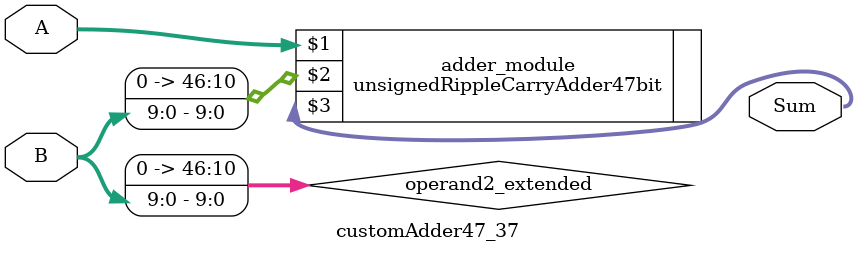
<source format=v>
module customAdder47_37(
                        input [46 : 0] A,
                        input [9 : 0] B,
                        
                        output [47 : 0] Sum
                );

        wire [46 : 0] operand2_extended;
        
        assign operand2_extended =  {37'b0, B};
        
        unsignedRippleCarryAdder47bit adder_module(
            A,
            operand2_extended,
            Sum
        );
        
        endmodule
        
</source>
